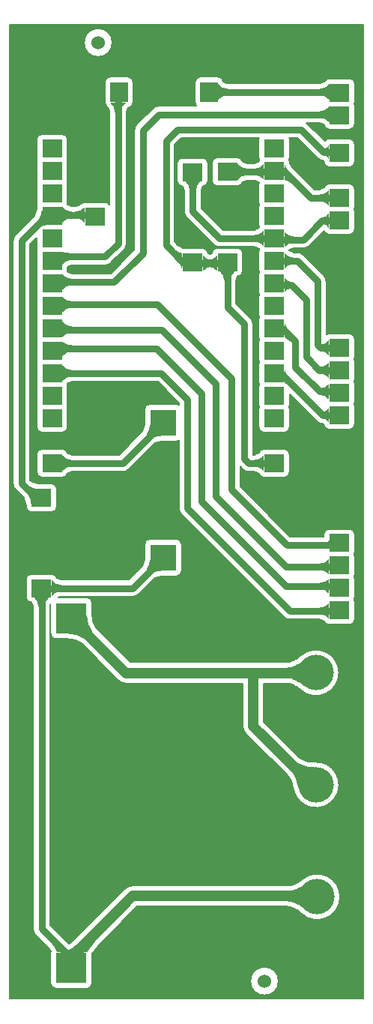
<source format=gbl>
G04 Layer: BottomLayer*
G04 EasyEDA Pro v2.2.43.4, 2025-11-30 00:10:42*
G04 Gerber Generator version 0.3*
G04 Scale: 100 percent, Rotated: No, Reflected: No*
G04 Dimensions in millimeters*
G04 Leading zeros omitted, absolute positions, 4 integers and 5 decimals*
G04 Generated by custom config*
%FSLAX45Y45*%
%MOMM*%
%ADD10C,0.2032*%
%ADD11C,1.524*%
%ADD12R,2.3X2.0*%
%ADD13C,4.0*%
%ADD14R,2.0X2.3*%
%ADD15R,3.5X3.5*%
%ADD16R,3.0X3.0*%
%ADD17C,0.721*%
%ADD18C,1.1900*%
%ADD19C,1.1887*%
%ADD20C,0.7208*%
%ADD21C,1.189*%
G75*


G04 Copper Start*
G36*
G01X1270Y1270D02*
G01X1270Y4738396D01*
G01X183286Y4738396D01*
G01X183286Y4538396D01*
G01X184801Y4524952D01*
G01X189269Y4512183D01*
G01X196467Y4500728D01*
G01X206033Y4491162D01*
G01X217487Y4483965D01*
G01X230257Y4479496D01*
G01X243700Y4477982D01*
G01X247029Y4477982D01*
G01X256416Y4463558D01*
G01X262255Y4447370D01*
G01X264236Y4430275D01*
G01X264236Y789330D01*
G01X264236Y789330D01*
G01X266089Y770512D01*
G01X271578Y752418D01*
G01X280491Y735743D01*
G01X292487Y721126D01*
G01X434127Y579486D01*
G01X450228Y560767D01*
G01X463348Y539852D01*
G01X461783Y526187D01*
G01X461783Y176187D01*
G01X463297Y162743D01*
G01X467765Y149974D01*
G01X474963Y138519D01*
G01X484529Y128953D01*
G01X495984Y121756D01*
G01X508753Y117288D01*
G01X522196Y115773D01*
G01X872197Y115773D01*
G01X885640Y117288D01*
G01X898409Y121756D01*
G01X909864Y128953D01*
G01X919430Y138519D01*
G01X926628Y149974D01*
G01X931096Y162743D01*
G01X932610Y176187D01*
G01X932610Y200000D01*
G01X2719586Y200000D01*
G01X2721561Y174906D01*
G01X2727437Y150429D01*
G01X2737070Y127174D01*
G01X2750222Y105711D01*
G01X2766570Y86570D01*
G01X2785711Y70222D01*
G01X2807174Y57070D01*
G01X2830429Y47437D01*
G01X2854906Y41561D01*
G01X2880000Y39586D01*
G01X2905094Y41561D01*
G01X2929571Y47437D01*
G01X2952826Y57070D01*
G01X2974289Y70222D01*
G01X2993430Y86570D01*
G01X3009778Y105711D01*
G01X3022930Y127174D01*
G01X3032563Y150429D01*
G01X3038439Y174906D01*
G01X3040414Y200000D01*
G01X3038439Y225094D01*
G01X3032563Y249571D01*
G01X3022930Y272827D01*
G01X3009778Y294289D01*
G01X2993430Y313430D01*
G01X2974289Y329778D01*
G01X2952826Y342930D01*
G01X2929571Y352563D01*
G01X2905094Y358439D01*
G01X2880000Y360414D01*
G01X2854906Y358439D01*
G01X2830429Y352563D01*
G01X2807174Y342930D01*
G01X2785711Y329778D01*
G01X2766570Y313430D01*
G01X2750222Y294289D01*
G01X2737070Y272827D01*
G01X2727437Y249571D01*
G01X2721561Y225094D01*
G01X2719586Y200000D01*
G01X2719586Y200000D01*
G01X932610Y200000D01*
G01X932610Y509169D01*
G01X932610Y509169D01*
G01X960499Y550033D01*
G01X991347Y588713D01*
G01X1024984Y624993D01*
G01X1440638Y1040646D01*
G01X3135603Y1040646D01*
G01X3144847Y1040260D01*
G01X3153644Y1039215D01*
G01X3163200Y1037417D01*
G01X3173363Y1034859D01*
G01X3183983Y1031564D01*
G01X3194919Y1027569D01*
G01X3206038Y1022927D01*
G01X3217213Y1017700D01*
G01X3228324Y1011956D01*
G01X3239258Y1005768D01*
G01X3249903Y999216D01*
G01X3260151Y992385D01*
G01X3269893Y985365D01*
G01X3279024Y978254D01*
G01X3287433Y971161D01*
G01X3295565Y963701D01*
G01X3319532Y943453D01*
G01X3345761Y926235D01*
G01X3373870Y912295D01*
G01X3403452Y901838D01*
G01X3434076Y895014D01*
G01X3465299Y891922D01*
G01X3496667Y892608D01*
G01X3527725Y897062D01*
G01X3558022Y905218D01*
G01X3587118Y916959D01*
G01X3614591Y932113D01*
G01X3640042Y950462D01*
G01X3663101Y971738D01*
G01X3683434Y995634D01*
G01X3700746Y1021801D01*
G01X3714786Y1049860D01*
G01X3725349Y1079404D01*
G01X3732282Y1110004D01*
G01X3735485Y1141216D01*
G01X3734910Y1172586D01*
G01X3730568Y1203659D01*
G01X3722520Y1233985D01*
G01X3710883Y1263123D01*
G01X3695826Y1290650D01*
G01X3677568Y1316166D01*
G01X3656374Y1339301D01*
G01X3632551Y1359719D01*
G01X3606446Y1377124D01*
G01X3578437Y1391264D01*
G01X3548931Y1401932D01*
G01X3518356Y1408974D01*
G01X3487156Y1412288D01*
G01X3455784Y1411826D01*
G01X3424695Y1407594D01*
G01X3394341Y1399653D01*
G01X3365162Y1388120D01*
G01X3337581Y1373162D01*
G01X3312000Y1354995D01*
G01X3292249Y1339815D01*
G01X3282576Y1332963D01*
G01X3272284Y1326088D01*
G01X3261744Y1319478D01*
G01X3251021Y1313199D01*
G01X3240179Y1307316D01*
G01X3229290Y1301890D01*
G01X3218423Y1296979D01*
G01X3207654Y1292635D01*
G01X3197061Y1288905D01*
G01X3186722Y1285828D01*
G01X3176719Y1283430D01*
G01X3167130Y1281727D01*
G01X3158024Y1280719D01*
G01X3148234Y1280344D01*
G01X1390995Y1280344D01*
G01X1372246Y1278869D01*
G01X1353959Y1274478D01*
G01X1336584Y1267281D01*
G01X1320549Y1257455D01*
G01X1306249Y1245241D01*
G01X723635Y662628D01*
G01X697192Y639060D01*
G01X668238Y618655D01*
G01X660634Y625793D01*
G01X457144Y829282D01*
G01X457144Y4430275D01*
G01X458313Y4443441D01*
G01X461783Y4456195D01*
G01X461783Y4123787D01*
G01X463297Y4110343D01*
G01X467765Y4097574D01*
G01X474963Y4086119D01*
G01X484529Y4076553D01*
G01X495984Y4069356D01*
G01X508753Y4064887D01*
G01X522196Y4063373D01*
G01X662264Y4063373D01*
G01X694115Y4061343D01*
G01X725463Y4055347D01*
G01X755817Y4045481D01*
G01X784699Y4031899D01*
G01X811657Y4014814D01*
G01X1229365Y3597105D01*
G01X1243668Y3584890D01*
G01X1259705Y3575062D01*
G01X1277082Y3567864D01*
G01X1295371Y3563473D01*
G01X1314122Y3561998D01*
G01X2634219Y3561998D01*
G01X2634219Y3080317D01*
G01X2635695Y3061569D01*
G01X2640085Y3043282D01*
G01X2647282Y3025907D01*
G01X2657108Y3009872D01*
G01X2669322Y2995571D01*
G01X3137694Y2527200D01*
G01X3144999Y2519399D01*
G01X3151187Y2511884D01*
G01X3156998Y2503889D01*
G01X3162466Y2495395D01*
G01X3167615Y2486394D01*
G01X3172464Y2476887D01*
G01X3177029Y2466886D01*
G01X3181325Y2456411D01*
G01X3185369Y2445488D01*
G01X3189075Y2434465D01*
G01X3196227Y2410245D01*
G01X3202637Y2385226D01*
G01X3208719Y2359226D01*
G01X3217549Y2329116D01*
G01X3229936Y2300287D01*
G01X3245702Y2273156D01*
G01X3264615Y2248119D01*
G01X3286403Y2225538D01*
G01X3310749Y2205742D01*
G01X3337298Y2189017D01*
G01X3365667Y2175608D01*
G01X3395442Y2165707D01*
G01X3426192Y2159460D01*
G01X3457471Y2156957D01*
G01X3488823Y2158233D01*
G01X3519794Y2163272D01*
G01X3549934Y2171999D01*
G01X3578806Y2184287D01*
G01X3605991Y2199959D01*
G01X3631093Y2218787D01*
G01X3653748Y2240497D01*
G01X3673627Y2264775D01*
G01X3690443Y2291267D01*
G01X3703950Y2319590D01*
G01X3713952Y2349331D01*
G01X3720305Y2380059D01*
G01X3722915Y2411329D01*
G01X3721746Y2442685D01*
G01X3716814Y2473674D01*
G01X3708190Y2503844D01*
G01X3696000Y2532757D01*
G01X3680422Y2559995D01*
G01X3661680Y2585162D01*
G01X3640048Y2607891D01*
G01X3615838Y2627854D01*
G01X3589404Y2644760D01*
G01X3561128Y2658364D01*
G01X3531421Y2668468D01*
G01X3500714Y2674926D01*
G01X3469454Y2677643D01*
G01X3438094Y2676582D01*
G01X3428831Y2676024D01*
G01X3419512Y2676103D01*
G01X3409076Y2676812D01*
G01X3397796Y2678175D01*
G01X3385913Y2680189D01*
G01X3373651Y2682831D01*
G01X3361219Y2686067D01*
G01X3348815Y2689852D01*
G01X3336634Y2694130D01*
G01X3324869Y2698839D01*
G01X3313712Y2703900D01*
G01X3303358Y2709218D01*
G01X3294005Y2714674D01*
G01X3285854Y2720115D01*
G01X3279098Y2725337D01*
G01X3272772Y2731106D01*
G01X2873917Y3129960D01*
G01X2873917Y3562013D01*
G01X3129553Y3562013D01*
G01X3139084Y3561632D01*
G01X3148038Y3560606D01*
G01X3157604Y3558857D01*
G01X3167674Y3556384D01*
G01X3178137Y3553202D01*
G01X3188887Y3549346D01*
G01X3199815Y3544859D01*
G01X3210823Y3539795D01*
G01X3221814Y3534215D01*
G01X3232697Y3528182D01*
G01X3243383Y3521767D01*
G01X3253789Y3515042D01*
G01X3263829Y3508084D01*
G01X3273421Y3500973D01*
G01X3282482Y3493795D01*
G01X3291352Y3486283D01*
G01X3316202Y3467110D01*
G01X3343178Y3451065D01*
G01X3371888Y3438382D01*
G01X3401916Y3429245D01*
G01X3432825Y3423788D01*
G01X3464166Y3422088D01*
G01X3495484Y3424172D01*
G01X3526323Y3430008D01*
G01X3556237Y3439512D01*
G01X3584790Y3452545D01*
G01X3611567Y3468920D01*
G01X3636180Y3488396D01*
G01X3658271Y3510693D01*
G01X3677519Y3535485D01*
G01X3693644Y3562413D01*
G01X3706413Y3591085D01*
G01X3715639Y3621086D01*
G01X3721190Y3651978D01*
G01X3722983Y3683314D01*
G01X3722983Y3683314D01*
G01X3720993Y3714638D01*
G01X3715249Y3745495D01*
G01X3705835Y3775436D01*
G01X3692886Y3804028D01*
G01X3676592Y3830854D01*
G01X3657189Y3855525D01*
G01X3634959Y3877683D01*
G01X3610224Y3897005D01*
G01X3583345Y3913211D01*
G01X3554711Y3926065D01*
G01X3524738Y3935381D01*
G01X3493863Y3941024D01*
G01X3462533Y3942911D01*
G01X3431203Y3941015D01*
G01X3400329Y3935363D01*
G01X3370359Y3926039D01*
G01X3341729Y3913176D01*
G01X3314854Y3896962D01*
G01X3290125Y3877633D01*
G01X3281361Y3870126D01*
G01X3272391Y3862955D01*
G01X3262864Y3855841D01*
G01X3252865Y3848872D01*
G01X3242483Y3842131D01*
G01X3231802Y3835695D01*
G01X3220912Y3829639D01*
G01X3209904Y3824034D01*
G01X3198873Y3818946D01*
G01X3187918Y3814437D01*
G01X3177143Y3810561D01*
G01X3166657Y3807363D01*
G01X3156575Y3804877D01*
G01X3147012Y3803121D01*
G01X3138081Y3802092D01*
G01X3128592Y3801710D01*
G01X2755963Y3801710D01*
G01X2754068Y3801725D01*
G01X1363771Y3801725D01*
G01X981169Y4184327D01*
G01X964084Y4211285D01*
G01X950502Y4240167D01*
G01X940636Y4270520D01*
G01X934641Y4301868D01*
G01X932610Y4333720D01*
G01X932610Y4473787D01*
G01X931096Y4487230D01*
G01X926628Y4499999D01*
G01X919430Y4511454D01*
G01X909864Y4521020D01*
G01X898409Y4528218D01*
G01X885640Y4532686D01*
G01X872197Y4534201D01*
G01X548738Y4534201D01*
G01X564849Y4539973D01*
G01X581850Y4541932D01*
G01X1389395Y4541932D01*
G01X1408215Y4543785D01*
G01X1426311Y4549275D01*
G01X1442988Y4558189D01*
G01X1457606Y4570185D01*
G01X1636240Y4748820D01*
G01X1653464Y4759075D01*
G01X1672052Y4766577D01*
G01X1691569Y4771150D01*
G01X1711556Y4772686D01*
G01X1884100Y4772686D01*
G01X1897543Y4774201D01*
G01X1910312Y4778669D01*
G01X1921767Y4785867D01*
G01X1931333Y4795433D01*
G01X1938531Y4806887D01*
G01X1942999Y4819657D01*
G01X1944514Y4833100D01*
G01X1944514Y5133100D01*
G01X1942999Y5146543D01*
G01X1938531Y5159313D01*
G01X1931333Y5170767D01*
G01X1921767Y5180333D01*
G01X1910312Y5187531D01*
G01X1897543Y5191999D01*
G01X1884100Y5193514D01*
G01X1584100Y5193514D01*
G01X1570657Y5191999D01*
G01X1557887Y5187531D01*
G01X1546433Y5180333D01*
G01X1536866Y5170767D01*
G01X1529669Y5159313D01*
G01X1525201Y5146543D01*
G01X1523686Y5133100D01*
G01X1523686Y4960556D01*
G01X1522150Y4940569D01*
G01X1517577Y4921053D01*
G01X1510075Y4902464D01*
G01X1499820Y4885240D01*
G01X1349439Y4734859D01*
G01X581850Y4734859D01*
G01X568323Y4736093D01*
G01X555243Y4739754D01*
G01X543040Y4745720D01*
G01X532118Y4753796D01*
G01X527382Y4766111D01*
G01X520084Y4777104D01*
G01X510575Y4786251D01*
G01X499306Y4793115D01*
G01X486816Y4797369D01*
G01X473700Y4798810D01*
G01X243700Y4798810D01*
G01X230257Y4797295D01*
G01X217487Y4792827D01*
G01X206033Y4785629D01*
G01X196467Y4776063D01*
G01X189269Y4764608D01*
G01X184801Y4751839D01*
G01X183286Y4738396D01*
G01X1270Y4738396D01*
G01X1270Y5817367D01*
G01X38509Y5817367D01*
G01X40362Y5798548D01*
G01X45852Y5780452D01*
G01X54766Y5763775D01*
G01X66763Y5749157D01*
G01X159419Y5656501D01*
G01X169674Y5639277D01*
G01X177177Y5620688D01*
G01X181750Y5601171D01*
G01X183286Y5581184D01*
G01X183286Y5558409D01*
G01X184801Y5544965D01*
G01X189269Y5532196D01*
G01X196467Y5520741D01*
G01X206033Y5511175D01*
G01X217487Y5503978D01*
G01X230257Y5499510D01*
G01X243700Y5497995D01*
G01X473700Y5497995D01*
G01X487143Y5499510D01*
G01X499913Y5503978D01*
G01X511368Y5511175D01*
G01X520934Y5520741D01*
G01X528131Y5532196D01*
G01X532599Y5544965D01*
G01X534114Y5558409D01*
G01X534114Y5758409D01*
G01X532599Y5771852D01*
G01X528131Y5784621D01*
G01X520934Y5796076D01*
G01X511368Y5805642D01*
G01X499913Y5812840D01*
G01X487143Y5817308D01*
G01X473700Y5818823D01*
G01X321387Y5818823D01*
G01X301401Y5820359D01*
G01X281884Y5824932D01*
G01X263295Y5832434D01*
G01X246071Y5842690D01*
G01X231437Y5857324D01*
G01X231437Y8520623D01*
G01X303732Y8592919D01*
G01X303732Y8488997D01*
G01X305346Y8475126D01*
G01X310101Y8461997D01*
G01X305346Y8448868D01*
G01X303732Y8434997D01*
G01X303732Y8234997D01*
G01X305346Y8221126D01*
G01X310101Y8207997D01*
G01X305346Y8194868D01*
G01X303732Y8180997D01*
G01X303732Y7980997D01*
G01X305346Y7967126D01*
G01X310101Y7953997D01*
G01X305346Y7940868D01*
G01X303732Y7926997D01*
G01X303732Y7726997D01*
G01X305346Y7713126D01*
G01X310101Y7699997D01*
G01X305346Y7686868D01*
G01X303732Y7672997D01*
G01X303732Y7472997D01*
G01X305346Y7459126D01*
G01X310101Y7445997D01*
G01X305346Y7432868D01*
G01X303732Y7418997D01*
G01X303732Y7218997D01*
G01X305346Y7205126D01*
G01X310101Y7191997D01*
G01X305346Y7178868D01*
G01X303732Y7164997D01*
G01X303732Y6964997D01*
G01X305346Y6951126D01*
G01X310101Y6937997D01*
G01X305346Y6924868D01*
G01X303732Y6910997D01*
G01X303732Y6710997D01*
G01X305346Y6697126D01*
G01X310101Y6683997D01*
G01X305346Y6670868D01*
G01X303732Y6656997D01*
G01X303732Y6456997D01*
G01X305247Y6443554D01*
G01X309715Y6430784D01*
G01X316913Y6419330D01*
G01X326479Y6409764D01*
G01X337933Y6402566D01*
G01X350703Y6398098D01*
G01X364146Y6396583D01*
G01X594146Y6396583D01*
G01X607589Y6398098D01*
G01X620359Y6402566D01*
G01X631814Y6409764D01*
G01X641380Y6419330D01*
G01X648577Y6430784D01*
G01X653045Y6443554D01*
G01X654560Y6456997D01*
G01X654560Y6656997D01*
G01X652946Y6670868D01*
G01X648191Y6683997D01*
G01X652946Y6697126D01*
G01X654560Y6710997D01*
G01X654560Y6910997D01*
G01X652946Y6924868D01*
G01X648191Y6937997D01*
G01X652564Y6949597D01*
G01X663486Y6957673D01*
G01X675689Y6963639D01*
G01X688769Y6967299D01*
G01X702296Y6968533D01*
G01X1674846Y6968533D01*
G01X1914236Y6729143D01*
G01X1914236Y6709461D01*
G01X1904712Y6713889D01*
G01X1894564Y6716601D01*
G01X1884100Y6717514D01*
G01X1584100Y6717514D01*
G01X1570657Y6715999D01*
G01X1557887Y6711531D01*
G01X1546433Y6704333D01*
G01X1536866Y6694767D01*
G01X1529669Y6683313D01*
G01X1525201Y6670543D01*
G01X1523686Y6657100D01*
G01X1523686Y6484556D01*
G01X1522150Y6464569D01*
G01X1517577Y6445053D01*
G01X1510075Y6426464D01*
G01X1499820Y6409240D01*
G01X1236040Y6145461D01*
G01X702296Y6145461D01*
G01X688769Y6146695D01*
G01X675689Y6150355D01*
G01X663486Y6156322D01*
G01X652564Y6164397D01*
G01X647828Y6176712D01*
G01X640531Y6187705D01*
G01X631021Y6196852D01*
G01X619752Y6203716D01*
G01X607262Y6207970D01*
G01X594146Y6209411D01*
G01X364146Y6209411D01*
G01X350703Y6207896D01*
G01X337933Y6203428D01*
G01X326479Y6196231D01*
G01X316913Y6186665D01*
G01X309715Y6175210D01*
G01X305247Y6162440D01*
G01X303732Y6148997D01*
G01X303732Y5948997D01*
G01X305247Y5935554D01*
G01X309715Y5922784D01*
G01X316913Y5911330D01*
G01X326479Y5901764D01*
G01X337933Y5894566D01*
G01X350703Y5890098D01*
G01X364146Y5888583D01*
G01X594146Y5888583D01*
G01X607262Y5890024D01*
G01X619752Y5894278D01*
G01X631021Y5901142D01*
G01X640531Y5910289D01*
G01X647828Y5921282D01*
G01X652564Y5933597D01*
G01X663486Y5941673D01*
G01X675689Y5947639D01*
G01X688769Y5951299D01*
G01X702296Y5952533D01*
G01X1275997Y5952533D01*
G01X1294816Y5954387D01*
G01X1312912Y5959876D01*
G01X1329589Y5968790D01*
G01X1344207Y5980787D01*
G01X1636240Y6272820D01*
G01X1653464Y6283075D01*
G01X1672052Y6290577D01*
G01X1691569Y6295150D01*
G01X1711556Y6296686D01*
G01X1884100Y6296686D01*
G01X1894564Y6297599D01*
G01X1904712Y6300311D01*
G01X1914236Y6304739D01*
G01X1914236Y5537200D01*
G01X1916090Y5518381D01*
G01X1921579Y5500285D01*
G01X1930493Y5483608D01*
G01X1942490Y5468990D01*
G01X3098190Y4313290D01*
G01X3098190Y4313290D01*
G01X3112808Y4301293D01*
G01X3129485Y4292379D01*
G01X3147581Y4286890D01*
G01X3166400Y4285036D01*
G01X3502696Y4285036D01*
G01X3516781Y4283698D01*
G01X3530362Y4279730D01*
G01X3542953Y4273275D01*
G01X3554102Y4264563D01*
G01X3560795Y4251464D01*
G01X3570455Y4240370D01*
G01X3582510Y4231941D01*
G01X3596245Y4226674D01*
G01X3610846Y4224883D01*
G01X3840846Y4224883D01*
G01X3854290Y4226398D01*
G01X3867059Y4230866D01*
G01X3878514Y4238064D01*
G01X3888080Y4247630D01*
G01X3895277Y4259084D01*
G01X3899745Y4271854D01*
G01X3901260Y4285297D01*
G01X3901260Y4485297D01*
G01X3899646Y4499168D01*
G01X3894891Y4512297D01*
G01X3899646Y4525426D01*
G01X3901260Y4539297D01*
G01X3901260Y4739297D01*
G01X3899646Y4753168D01*
G01X3894891Y4766297D01*
G01X3899646Y4779426D01*
G01X3901260Y4793297D01*
G01X3901260Y4993297D01*
G01X3899646Y5007168D01*
G01X3894891Y5020297D01*
G01X3899646Y5033426D01*
G01X3901260Y5047297D01*
G01X3901260Y5247297D01*
G01X3899745Y5260740D01*
G01X3895277Y5273510D01*
G01X3888080Y5284965D01*
G01X3878514Y5294531D01*
G01X3867059Y5301728D01*
G01X3854290Y5306196D01*
G01X3840846Y5307711D01*
G01X3610846Y5307711D01*
G01X3597403Y5306196D01*
G01X3584634Y5301728D01*
G01X3573179Y5294531D01*
G01X3563613Y5284965D01*
G01X3556415Y5273510D01*
G01X3551947Y5260740D01*
G01X3550432Y5247297D01*
G01X3550432Y5222406D01*
G01X3170826Y5222406D01*
G01X2604458Y5788774D01*
G01X2604458Y6013401D01*
G01X2637072Y5980787D01*
G01X2651690Y5968790D01*
G01X2668367Y5959876D01*
G01X2686463Y5954387D01*
G01X2705282Y5952533D01*
G01X2765950Y5952533D01*
G01X2779477Y5951299D01*
G01X2792557Y5947639D01*
G01X2804760Y5941673D01*
G01X2815682Y5933597D01*
G01X2820418Y5921282D01*
G01X2827715Y5910289D01*
G01X2837225Y5901142D01*
G01X2848494Y5894278D01*
G01X2860984Y5890024D01*
G01X2874100Y5888583D01*
G01X3104100Y5888583D01*
G01X3117543Y5890098D01*
G01X3130313Y5894566D01*
G01X3141767Y5901764D01*
G01X3151333Y5911330D01*
G01X3158531Y5922784D01*
G01X3162999Y5935554D01*
G01X3164514Y5948997D01*
G01X3164514Y6148997D01*
G01X3162999Y6162440D01*
G01X3158531Y6175210D01*
G01X3151333Y6186665D01*
G01X3141767Y6196231D01*
G01X3130313Y6203428D01*
G01X3117543Y6207896D01*
G01X3104100Y6209411D01*
G01X2874100Y6209411D01*
G01X2860984Y6207970D01*
G01X2848494Y6203716D01*
G01X2837225Y6196852D01*
G01X2827716Y6187705D01*
G01X2820418Y6176712D01*
G01X2815682Y6164397D01*
G01X2804760Y6156322D01*
G01X2792557Y6150355D01*
G01X2779477Y6146695D01*
G01X2765950Y6145461D01*
G01X2750764Y6145461D01*
G01X2750764Y7620000D01*
G01X2748910Y7638819D01*
G01X2743421Y7656915D01*
G01X2734507Y7673592D01*
G01X2722510Y7688210D01*
G01X2556810Y7853911D01*
G01X2556810Y8112140D01*
G01X2558793Y8129246D01*
G01X2564636Y8145444D01*
G01X2574031Y8159876D01*
G01X2575346Y8159876D01*
G01X2588789Y8161391D01*
G01X2601559Y8165859D01*
G01X2613014Y8173057D01*
G01X2622580Y8182623D01*
G01X2629777Y8194078D01*
G01X2634245Y8206847D01*
G01X2635760Y8220290D01*
G01X2635760Y8420291D01*
G01X2634245Y8433734D01*
G01X2629777Y8446503D01*
G01X2622580Y8457958D01*
G01X2613014Y8467524D01*
G01X2601559Y8474722D01*
G01X2588789Y8479190D01*
G01X2575346Y8480704D01*
G01X2345346Y8480704D01*
G01X2331892Y8479177D01*
G01X2319116Y8474693D01*
G01X2307657Y8467479D01*
G01X2298091Y8457896D01*
G01X2290897Y8446425D01*
G01X2286436Y8433641D01*
G01X2284932Y8420184D01*
G01X2274792Y8413103D01*
G01X2263623Y8407789D01*
G01X2252414Y8413126D01*
G01X2242242Y8420244D01*
G01X2239571Y8435292D01*
G01X2233209Y8449188D01*
G01X2223563Y8461043D01*
G01X2211251Y8470098D01*
G01X2197061Y8475774D01*
G01X2181900Y8477707D01*
G01X1960510Y8477707D01*
G01X1937642Y8487050D01*
G01X1916538Y8499889D01*
G01X1897729Y8515902D01*
G01X1862856Y8550775D01*
G01X1862856Y9648352D01*
G01X1937181Y9722678D01*
G01X2816331Y9722678D01*
G01X2814351Y9713936D01*
G01X2813686Y9704997D01*
G01X2813686Y9504997D01*
G01X2815300Y9491126D01*
G01X2820055Y9477997D01*
G01X2815669Y9466350D01*
G01X2813763Y9454052D01*
G01X2799314Y9444624D01*
G01X2783088Y9438758D01*
G01X2765950Y9436768D01*
G01X2683496Y9436768D01*
G01X2669969Y9438001D01*
G01X2656889Y9441662D01*
G01X2644686Y9447628D01*
G01X2633764Y9455704D01*
G01X2629028Y9468019D01*
G01X2621731Y9479012D01*
G01X2612221Y9488159D01*
G01X2600952Y9495023D01*
G01X2588462Y9499277D01*
G01X2575346Y9500718D01*
G01X2345346Y9500718D01*
G01X2331903Y9499203D01*
G01X2319133Y9494735D01*
G01X2307679Y9487537D01*
G01X2298113Y9477971D01*
G01X2290915Y9466516D01*
G01X2286447Y9453747D01*
G01X2284932Y9440304D01*
G01X2284932Y9240304D01*
G01X2286447Y9226860D01*
G01X2290915Y9214091D01*
G01X2298113Y9202636D01*
G01X2307679Y9193070D01*
G01X2319133Y9185873D01*
G01X2331903Y9181404D01*
G01X2345346Y9179890D01*
G01X2575346Y9179890D01*
G01X2588462Y9181331D01*
G01X2600952Y9185585D01*
G01X2612221Y9192449D01*
G01X2621731Y9201595D01*
G01X2629028Y9212589D01*
G01X2633764Y9224904D01*
G01X2644686Y9232979D01*
G01X2656889Y9238946D01*
G01X2669969Y9242606D01*
G01X2683496Y9243840D01*
G01X2765950Y9243840D01*
G01X2780592Y9242417D01*
G01X2794685Y9238200D01*
G01X2807702Y9231349D01*
G01X2819157Y9222118D01*
G01X2815070Y9209852D01*
G01X2813686Y9196997D01*
G01X2813686Y8996997D01*
G01X2815300Y8983126D01*
G01X2820055Y8969997D01*
G01X2815300Y8956868D01*
G01X2813686Y8942997D01*
G01X2813686Y8742997D01*
G01X2815300Y8729126D01*
G01X2820055Y8715997D01*
G01X2815682Y8704397D01*
G01X2804760Y8696322D01*
G01X2792557Y8690355D01*
G01X2779477Y8686695D01*
G01X2765950Y8685461D01*
G01X2411060Y8685461D01*
G01X2166564Y8929957D01*
G01X2166564Y9129157D01*
G01X2168550Y9146275D01*
G01X2174402Y9162484D01*
G01X2183809Y9176923D01*
G01X2199068Y9179383D01*
G01X2213203Y9185634D01*
G01X2225289Y9195268D01*
G01X2234535Y9207652D01*
G01X2240337Y9221978D01*
G01X2242314Y9237306D01*
G01X2242314Y9437307D01*
G01X2240799Y9450750D01*
G01X2236331Y9463519D01*
G01X2229134Y9474974D01*
G01X2219568Y9484540D01*
G01X2208113Y9491738D01*
G01X2195343Y9496206D01*
G01X2181900Y9497720D01*
G01X1951900Y9497720D01*
G01X1938457Y9496206D01*
G01X1925687Y9491738D01*
G01X1914233Y9484540D01*
G01X1904667Y9474974D01*
G01X1897469Y9463519D01*
G01X1893001Y9450750D01*
G01X1891486Y9437307D01*
G01X1891486Y9237306D01*
G01X1893001Y9223863D01*
G01X1897469Y9211094D01*
G01X1904667Y9199639D01*
G01X1914233Y9190073D01*
G01X1925687Y9182875D01*
G01X1938457Y9178407D01*
G01X1951900Y9176892D01*
G01X1956416Y9176892D01*
G01X1965810Y9162460D01*
G01X1971653Y9146262D01*
G01X1973636Y9129156D01*
G01X1973636Y8890000D01*
G01X1975490Y8871181D01*
G01X1980979Y8853085D01*
G01X1989893Y8836408D01*
G01X2001890Y8821790D01*
G01X2302893Y8520787D01*
G01X2317511Y8508790D01*
G01X2334188Y8499876D01*
G01X2352284Y8494387D01*
G01X2371103Y8492533D01*
G01X2765950Y8492533D01*
G01X2779477Y8491299D01*
G01X2792557Y8487639D01*
G01X2804760Y8481673D01*
G01X2815682Y8473597D01*
G01X2820055Y8461997D01*
G01X2815300Y8448868D01*
G01X2813686Y8434997D01*
G01X2813686Y8234997D01*
G01X2815300Y8221126D01*
G01X2820055Y8207997D01*
G01X2815300Y8194868D01*
G01X2813686Y8180997D01*
G01X2813686Y7980997D01*
G01X2815300Y7967126D01*
G01X2820055Y7953997D01*
G01X2815300Y7940868D01*
G01X2813686Y7926997D01*
G01X2813686Y7726997D01*
G01X2815300Y7713126D01*
G01X2820055Y7699997D01*
G01X2815300Y7686868D01*
G01X2813686Y7672997D01*
G01X2813686Y7472997D01*
G01X2815300Y7459126D01*
G01X2820055Y7445997D01*
G01X2815300Y7432868D01*
G01X2813686Y7418997D01*
G01X2813686Y7218997D01*
G01X2815300Y7205126D01*
G01X2820055Y7191997D01*
G01X2815300Y7178868D01*
G01X2813686Y7164997D01*
G01X2813686Y6964997D01*
G01X2815300Y6951126D01*
G01X2820055Y6937997D01*
G01X2815300Y6924868D01*
G01X2813686Y6910997D01*
G01X2813686Y6710997D01*
G01X2815300Y6697126D01*
G01X2820055Y6683997D01*
G01X2815300Y6670868D01*
G01X2813686Y6656997D01*
G01X2813686Y6456997D01*
G01X2815201Y6443554D01*
G01X2819669Y6430784D01*
G01X2826866Y6419330D01*
G01X2836432Y6409764D01*
G01X2847887Y6402566D01*
G01X2860657Y6398098D01*
G01X2874100Y6396583D01*
G01X3104100Y6396583D01*
G01X3117543Y6398098D01*
G01X3130313Y6402566D01*
G01X3141767Y6409764D01*
G01X3151333Y6419330D01*
G01X3158531Y6430784D01*
G01X3162999Y6443554D01*
G01X3164514Y6456997D01*
G01X3164514Y6656997D01*
G01X3162900Y6670868D01*
G01X3158145Y6683997D01*
G01X3162900Y6697126D01*
G01X3164514Y6710997D01*
G01X3164514Y6827070D01*
G01X3469047Y6522537D01*
G01X3483664Y6510541D01*
G01X3500342Y6501626D01*
G01X3518438Y6496137D01*
G01X3537257Y6494283D01*
G01X3544644Y6492560D01*
G01X3550507Y6487746D01*
G01X3553188Y6472708D01*
G01X3559556Y6458824D01*
G01X3569202Y6446980D01*
G01X3581510Y6437934D01*
G01X3595694Y6432264D01*
G01X3610846Y6430333D01*
G01X3840846Y6430333D01*
G01X3854290Y6431848D01*
G01X3867059Y6436316D01*
G01X3878514Y6443514D01*
G01X3888080Y6453080D01*
G01X3895277Y6464535D01*
G01X3899745Y6477304D01*
G01X3901260Y6490747D01*
G01X3901260Y6690747D01*
G01X3899646Y6704618D01*
G01X3894891Y6717747D01*
G01X3899646Y6730877D01*
G01X3901260Y6744747D01*
G01X3901260Y6944747D01*
G01X3899646Y6958618D01*
G01X3894891Y6971747D01*
G01X3899646Y6984877D01*
G01X3901260Y6998747D01*
G01X3901260Y7198747D01*
G01X3899646Y7212618D01*
G01X3894891Y7225747D01*
G01X3899646Y7238877D01*
G01X3901260Y7252747D01*
G01X3901260Y7452747D01*
G01X3899745Y7466191D01*
G01X3895277Y7478960D01*
G01X3888080Y7490415D01*
G01X3878514Y7499981D01*
G01X3867059Y7507178D01*
G01X3854290Y7511647D01*
G01X3840846Y7513161D01*
G01X3610846Y7513161D01*
G01X3599328Y7512053D01*
G01X3588232Y7508769D01*
G01X3577965Y7503430D01*
G01X3577965Y8102403D01*
G01X3576112Y8121223D01*
G01X3570623Y8139319D01*
G01X3561708Y8155996D01*
G01X3549712Y8170614D01*
G01X3317118Y8403207D01*
G01X3302500Y8415204D01*
G01X3285823Y8424118D01*
G01X3267727Y8429607D01*
G01X3248908Y8431461D01*
G01X3212250Y8431461D01*
G01X3198723Y8432695D01*
G01X3185642Y8436355D01*
G01X3173440Y8442322D01*
G01X3162518Y8450397D01*
G01X3159624Y8458808D01*
G01X3171397Y8466759D01*
G01X3184345Y8472607D01*
G01X3198094Y8476185D01*
G01X3212250Y8477389D01*
G01X3317927Y8477389D01*
G01X3336746Y8479242D01*
G01X3354842Y8484732D01*
G01X3371519Y8493646D01*
G01X3386137Y8505643D01*
G01X3553546Y8673051D01*
G01X3560053Y8659487D01*
G01X3569710Y8647952D01*
G01X3581918Y8639159D01*
G01X3595919Y8633656D01*
G01X3610846Y8631783D01*
G01X3840846Y8631783D01*
G01X3854290Y8633298D01*
G01X3867059Y8637766D01*
G01X3878514Y8644964D01*
G01X3888080Y8654530D01*
G01X3895277Y8665984D01*
G01X3899745Y8678754D01*
G01X3901260Y8692197D01*
G01X3901260Y8892197D01*
G01X3899646Y8906068D01*
G01X3894891Y8919197D01*
G01X3899646Y8932326D01*
G01X3901260Y8946197D01*
G01X3901260Y9146197D01*
G01X3899745Y9159640D01*
G01X3895277Y9172410D01*
G01X3888080Y9183865D01*
G01X3878514Y9193431D01*
G01X3867059Y9200628D01*
G01X3854290Y9205096D01*
G01X3840846Y9206611D01*
G01X3610846Y9206611D01*
G01X3597730Y9205170D01*
G01X3585240Y9200916D01*
G01X3573972Y9194052D01*
G01X3564462Y9184905D01*
G01X3557165Y9173912D01*
G01X3552428Y9161597D01*
G01X3541506Y9153522D01*
G01X3529304Y9147555D01*
G01X3516223Y9143895D01*
G01X3502696Y9142661D01*
G01X3442765Y9142661D01*
G01X3195738Y9389688D01*
G01X3183610Y9404118D01*
G01X3174145Y9420419D01*
G01X3167627Y9438106D01*
G01X3164249Y9456651D01*
G01X3162186Y9467607D01*
G01X3158145Y9477997D01*
G01X3162900Y9491126D01*
G01X3164514Y9504997D01*
G01X3164514Y9704997D01*
G01X3163849Y9713936D01*
G01X3161869Y9722678D01*
G01X3253761Y9722678D01*
G01X3481021Y9495417D01*
G01X3495639Y9483421D01*
G01X3512316Y9474507D01*
G01X3530412Y9469017D01*
G01X3549231Y9467164D01*
G01X3550432Y9466678D01*
G01X3550432Y9454197D01*
G01X3551947Y9440754D01*
G01X3556415Y9427984D01*
G01X3563613Y9416530D01*
G01X3573179Y9406964D01*
G01X3584634Y9399766D01*
G01X3597403Y9395298D01*
G01X3610846Y9393783D01*
G01X3840846Y9393783D01*
G01X3854290Y9395298D01*
G01X3867059Y9399766D01*
G01X3878514Y9406964D01*
G01X3888080Y9416530D01*
G01X3895277Y9427984D01*
G01X3899745Y9440754D01*
G01X3901260Y9454197D01*
G01X3901260Y9654197D01*
G01X3899745Y9667640D01*
G01X3895277Y9680410D01*
G01X3888080Y9691865D01*
G01X3878514Y9701431D01*
G01X3867059Y9708628D01*
G01X3854290Y9713096D01*
G01X3840846Y9714611D01*
G01X3610846Y9714611D01*
G01X3596325Y9712840D01*
G01X3582655Y9707630D01*
G01X3570638Y9699287D01*
G01X3560979Y9688301D01*
G01X3361928Y9887352D01*
G01X3357060Y9891895D01*
G01X3504695Y9891895D01*
G01X3521931Y9889881D01*
G01X3538238Y9883949D01*
G01X3552738Y9874418D01*
G01X3556008Y9860021D01*
G01X3562673Y9846847D01*
G01X3572333Y9835683D01*
G01X3584414Y9827195D01*
G01X3598192Y9821891D01*
G01X3612845Y9820087D01*
G01X3842845Y9820087D01*
G01X3856289Y9821601D01*
G01X3869058Y9826069D01*
G01X3880513Y9833267D01*
G01X3890079Y9842833D01*
G01X3897276Y9854288D01*
G01X3901744Y9867057D01*
G01X3903259Y9880500D01*
G01X3903259Y10080501D01*
G01X3901645Y10094371D01*
G01X3896890Y10107500D01*
G01X3901645Y10120630D01*
G01X3903259Y10134500D01*
G01X3903259Y10334501D01*
G01X3901744Y10347944D01*
G01X3897276Y10360713D01*
G01X3890079Y10372168D01*
G01X3880513Y10381734D01*
G01X3869058Y10388932D01*
G01X3856289Y10393400D01*
G01X3842845Y10394914D01*
G01X3612845Y10394914D01*
G01X3599403Y10393400D01*
G01X3586634Y10388932D01*
G01X3575180Y10381736D01*
G01X3565614Y10372171D01*
G01X3558416Y10360717D01*
G01X3546988Y10351065D01*
G01X3533867Y10343880D01*
G01X3519579Y10339451D01*
G01X3504695Y10337955D01*
G01X2463745Y10337955D01*
G01X2446627Y10339941D01*
G01X2430418Y10345792D01*
G01X2415979Y10355200D01*
G01X2413524Y10370463D01*
G01X2407275Y10384603D01*
G01X2397642Y10396695D01*
G01X2385256Y10405945D01*
G01X2370927Y10411750D01*
G01X2355595Y10413728D01*
G01X2155595Y10413728D01*
G01X2142152Y10412213D01*
G01X2129382Y10407745D01*
G01X2117927Y10400547D01*
G01X2108361Y10390981D01*
G01X2101164Y10379526D01*
G01X2096696Y10366757D01*
G01X2095181Y10353314D01*
G01X2095181Y10123314D01*
G01X2096775Y10109526D01*
G01X2101474Y10096466D01*
G01X2109030Y10084823D01*
G01X1682309Y10084823D01*
G01X1663490Y10082969D01*
G01X1645394Y10077480D01*
G01X1628716Y10068566D01*
G01X1614099Y10056569D01*
G01X1437759Y9880230D01*
G01X1425763Y9865612D01*
G01X1416849Y9848935D01*
G01X1411359Y9830839D01*
G01X1409506Y9812019D01*
G01X1409506Y8461172D01*
G01X1141776Y8193442D01*
G01X702296Y8193442D01*
G01X688226Y8194608D01*
G01X674539Y8198074D01*
G01X661609Y8203745D01*
G01X649790Y8211467D01*
G01X653355Y8222993D01*
G01X654560Y8234997D01*
G01X654560Y8268316D01*
G01X668992Y8277710D01*
G01X685190Y8283553D01*
G01X702296Y8285536D01*
G01X1079500Y8285536D01*
G01X1098319Y8287390D01*
G01X1116415Y8292879D01*
G01X1133092Y8301793D01*
G01X1147710Y8313790D01*
G01X1292428Y8458507D01*
G01X1304424Y8473125D01*
G01X1313339Y8489802D01*
G01X1318828Y8507898D01*
G01X1320681Y8526718D01*
G01X1320681Y10015164D01*
G01X1322669Y10032289D01*
G01X1328526Y10048504D01*
G01X1337940Y10062946D01*
G01X1353108Y10065498D01*
G01X1367140Y10071798D01*
G01X1379127Y10081437D01*
G01X1388290Y10093790D01*
G01X1394038Y10108058D01*
G01X1395996Y10123314D01*
G01X1395996Y10353314D01*
G01X1394481Y10366757D01*
G01X1390013Y10379526D01*
G01X1382815Y10390981D01*
G01X1373249Y10400547D01*
G01X1361794Y10407745D01*
G01X1349025Y10412213D01*
G01X1335582Y10413728D01*
G01X1135582Y10413728D01*
G01X1122138Y10412213D01*
G01X1109369Y10407745D01*
G01X1097914Y10400547D01*
G01X1088348Y10390981D01*
G01X1081151Y10379526D01*
G01X1076682Y10366757D01*
G01X1075168Y10353314D01*
G01X1075168Y10123314D01*
G01X1076708Y10109759D01*
G01X1081250Y10096896D01*
G01X1088562Y10085380D01*
G01X1098272Y10075797D01*
G01X1110662Y10063570D01*
G01X1119992Y10048874D01*
G01X1125788Y10032460D01*
G01X1127754Y10015164D01*
G01X1127754Y8970764D01*
G01X1118096Y8982276D01*
G01X1105897Y8991048D01*
G01X1091910Y8996539D01*
G01X1077000Y8998407D01*
G01X847000Y8998407D01*
G01X834705Y8997143D01*
G01X822925Y8993403D01*
G01X812152Y8987344D01*
G01X802838Y8979219D01*
G01X789343Y8967447D01*
G01X773734Y8958667D01*
G01X756665Y8953248D01*
G01X738850Y8951416D01*
G01X702296Y8951416D01*
G01X687798Y8952775D01*
G01X673804Y8956802D01*
G01X660802Y8963358D01*
G01X649243Y8972216D01*
G01X653216Y8984324D01*
G01X654560Y8996997D01*
G01X654560Y9196997D01*
G01X652946Y9210868D01*
G01X648191Y9223997D01*
G01X652946Y9237126D01*
G01X654560Y9250997D01*
G01X654560Y9450997D01*
G01X652946Y9464868D01*
G01X648191Y9477997D01*
G01X652946Y9491126D01*
G01X654560Y9504997D01*
G01X654560Y9704997D01*
G01X653045Y9718440D01*
G01X648577Y9731210D01*
G01X641380Y9742665D01*
G01X631814Y9752231D01*
G01X620359Y9759428D01*
G01X607589Y9763896D01*
G01X594146Y9765411D01*
G01X364146Y9765411D01*
G01X350703Y9763896D01*
G01X337933Y9759428D01*
G01X326479Y9752231D01*
G01X316913Y9742665D01*
G01X309715Y9731210D01*
G01X305247Y9718440D01*
G01X303732Y9704997D01*
G01X303732Y9504997D01*
G01X305346Y9491126D01*
G01X310101Y9477997D01*
G01X305346Y9464868D01*
G01X303732Y9450997D01*
G01X303732Y9250997D01*
G01X305346Y9237126D01*
G01X310101Y9223997D01*
G01X305346Y9210868D01*
G01X303732Y9196997D01*
G01X303732Y8996997D01*
G01X305346Y8983126D01*
G01X310101Y8969997D01*
G01X305346Y8956868D01*
G01X303732Y8942997D01*
G01X303732Y8917209D01*
G01X302196Y8897222D01*
G01X297623Y8877706D01*
G01X290121Y8859117D01*
G01X279866Y8841893D01*
G01X66763Y8628790D01*
G01X54766Y8614172D01*
G01X45852Y8597495D01*
G01X40362Y8579399D01*
G01X38509Y8560580D01*
G01X38509Y5817367D01*
G01X1270Y5817367D01*
G01X1270Y10800000D01*
G01X839586Y10800000D01*
G01X841561Y10774906D01*
G01X847437Y10750429D01*
G01X857070Y10727174D01*
G01X870222Y10705711D01*
G01X886570Y10686570D01*
G01X905711Y10670222D01*
G01X927174Y10657070D01*
G01X950429Y10647437D01*
G01X974906Y10641561D01*
G01X1000000Y10639586D01*
G01X1025094Y10641561D01*
G01X1049571Y10647437D01*
G01X1072826Y10657070D01*
G01X1094289Y10670222D01*
G01X1113430Y10686570D01*
G01X1129778Y10705711D01*
G01X1142930Y10727174D01*
G01X1152563Y10750429D01*
G01X1158439Y10774906D01*
G01X1160414Y10800000D01*
G01X1158439Y10825094D01*
G01X1152563Y10849571D01*
G01X1142930Y10872826D01*
G01X1129778Y10894289D01*
G01X1113430Y10913430D01*
G01X1094289Y10929778D01*
G01X1072826Y10942930D01*
G01X1049571Y10952563D01*
G01X1025094Y10958439D01*
G01X1000000Y10960414D01*
G01X974906Y10958439D01*
G01X950429Y10952563D01*
G01X927174Y10942930D01*
G01X905711Y10929778D01*
G01X886570Y10913430D01*
G01X870222Y10894289D01*
G01X857070Y10872826D01*
G01X847437Y10849571D01*
G01X841561Y10825094D01*
G01X839586Y10800000D01*
G01X839586Y10800000D01*
G01X1270Y10800000D01*
G01X1270Y10998730D01*
G01X3998730Y10998730D01*
G01X3998730Y1270D01*
G01X1270Y1270D01*
G37*
G54D10*
G01X1270Y1270D02*
G01X1270Y10998730D01*
G01X3998730Y10998730D01*
G01X3998730Y1270D01*
G01X1270Y1270D01*
G01X3098190Y4313290D02*
G03X3166400Y4285036I68210J68210D01*
G01X3502696Y4285036D01*
G02X3554102Y4264563I0J-74774D01*
G03X3610846Y4224883I56745J20734D01*
G01X3840846Y4224883D01*
G03X3901260Y4285297I0J60414D01*
G01X3901260Y4485297D01*
G03X3894891Y4512297I-60414J0D01*
G03X3901260Y4539297I-54045J27000D01*
G01X3901260Y4739297D01*
G03X3894891Y4766297I-60414J0D01*
G03X3901260Y4793297I-54045J27000D01*
G01X3901260Y4993297D01*
G03X3894891Y5020297I-60414J0D01*
G03X3901260Y5047297I-54045J27000D01*
G01X3901260Y5247297D01*
G03X3840846Y5307711I-60414J0D01*
G01X3610846Y5307711D01*
G03X3550432Y5247297I0J-60414D01*
G01X3550432Y5222406D01*
G01X3170826Y5222406D01*
G01X2604458Y5788774D01*
G01X2604458Y6013401D01*
G01X2637072Y5980787D01*
G03X2705282Y5952533I68210J68210D01*
G01X2765950Y5952533D01*
G02X2815682Y5933597I0J-74773D01*
G03X2874100Y5888583I58418J15400D01*
G01X3104100Y5888583D01*
G03X3164514Y5948997I0J60414D01*
G01X3164514Y6148997D01*
G03X3104100Y6209411I-60414J0D01*
G01X2874100Y6209411D01*
G03X2815682Y6164397I0J-60414D01*
G02X2765950Y6145461I-49732J55837D01*
G01X2750764Y6145461D01*
G01X2750764Y7620000D01*
G03X2722510Y7688210I-96464J0D01*
G01X2556810Y7853911D01*
G01X2556810Y8112140D01*
G02X2574031Y8159876I74774J0D01*
G01X2575346Y8159876D01*
G03X2635760Y8220290I0J60414D01*
G01X2635760Y8420291D01*
G03X2575346Y8480704I-60414J0D01*
G01X2345346Y8480704D01*
G03X2284932Y8420184I53J-60467D01*
G02X2263623Y8407789I-47736J57553D01*
G02X2242242Y8420244I26427J69948D01*
G03X2181900Y8477707I-60342J-2951D01*
G01X1960510Y8477707D01*
G02X1897729Y8515902I47305J148448D01*
G01X1862856Y8550775D01*
G01X1862856Y9648352D01*
G01X1937181Y9722678D01*
G01X2816331Y9722678D01*
G03X2813686Y9704997I57769J-17680D01*
G01X2813686Y9504997D01*
G03X2820055Y9477997I60414J0D01*
G03X2813763Y9454052I54045J-27000D01*
G02X2765950Y9436768I-47813J57489D01*
G01X2683496Y9436768D01*
G02X2633764Y9455704I0J74774D01*
G03X2575346Y9500718I-58418J-15400D01*
G01X2345346Y9500718D01*
G03X2284932Y9440304I0J-60414D01*
G01X2284932Y9240304D01*
G03X2345346Y9179890I60414J0D01*
G01X2575346Y9179890D01*
G03X2633764Y9224904I0J60414D01*
G02X2683496Y9243840I49732J-55838D01*
G01X2765950Y9243840D01*
G02X2819157Y9222118I0J-76026D01*
G03X2813686Y9196997I54943J-25121D01*
G01X2813686Y8996997D01*
G03X2820055Y8969997I60414J0D01*
G03X2813686Y8942997I54045J-27000D01*
G01X2813686Y8742997D01*
G03X2820055Y8715997I60414J0D01*
G03X2815682Y8704397I54045J-27000D01*
G02X2765950Y8685461I-49732J55837D01*
G01X2411060Y8685461D01*
G01X2166564Y8929957D01*
G01X2166564Y9129157D01*
G02X2183809Y9176923I74773J0D01*
G03X2242314Y9237306I-1909J60384D01*
G01X2242314Y9437307D01*
G03X2181900Y9497720I-60414J0D01*
G01X1951900Y9497720D01*
G03X1891486Y9437307I0J-60414D01*
G01X1891486Y9237306D01*
G03X1951900Y9176892I60414J0D01*
G01X1956416Y9176892D01*
G02X1973636Y9129156I-57553J-47736D01*
G01X1973636Y8890000D01*
G03X2001890Y8821790I96464J0D01*
G01X2302893Y8520787D01*
G03X2371103Y8492533I68210J68210D01*
G01X2765950Y8492533D01*
G02X2815682Y8473597I0J-74773D01*
G03X2820055Y8461997I58418J15400D01*
G03X2813686Y8434997I54045J-27000D01*
G01X2813686Y8234997D01*
G03X2820055Y8207997I60414J0D01*
G03X2813686Y8180997I54045J-27000D01*
G01X2813686Y7980997D01*
G03X2820055Y7953997I60414J0D01*
G03X2813686Y7926997I54045J-27000D01*
G01X2813686Y7726997D01*
G03X2820055Y7699997I60414J0D01*
G03X2813686Y7672997I54045J-27000D01*
G01X2813686Y7472997D01*
G03X2820055Y7445997I60414J0D01*
G03X2813686Y7418997I54045J-27000D01*
G01X2813686Y7218997D01*
G03X2820055Y7191997I60414J0D01*
G03X2813686Y7164997I54045J-27000D01*
G01X2813686Y6964997D01*
G03X2820055Y6937997I60414J0D01*
G03X2813686Y6910997I54045J-27000D01*
G01X2813686Y6710997D01*
G03X2820055Y6683997I60414J0D01*
G03X2813686Y6656997I54045J-27000D01*
G01X2813686Y6456997D01*
G03X2874100Y6396583I60414J0D01*
G01X3104100Y6396583D01*
G03X3164514Y6456997I0J60414D01*
G01X3164514Y6656997D01*
G03X3158145Y6683997I-60414J0D01*
G03X3164514Y6710997I-54045J27000D01*
G01X3164514Y6827070D01*
G01X3469047Y6522537D01*
G03X3537257Y6494283I68210J68210D01*
G02X3550507Y6487746I0J-16697D01*
G03X3610846Y6430333I60339J3001D01*
G01X3840846Y6430333D01*
G03X3901260Y6490747I0J60414D01*
G01X3901260Y6690747D01*
G03X3894891Y6717747I-60414J0D01*
G03X3901260Y6744747I-54045J27000D01*
G01X3901260Y6944747D01*
G03X3894891Y6971747I-60414J0D01*
G03X3901260Y6998747I-54045J27000D01*
G01X3901260Y7198747D01*
G03X3894891Y7225747I-60414J0D01*
G03X3901260Y7252747I-54045J27000D01*
G01X3901260Y7452747D01*
G03X3840846Y7513161I-60414J0D01*
G01X3610846Y7513161D01*
G03X3577965Y7503430I0J-60414D01*
G01X3577965Y8102403D01*
G03X3549712Y8170614I-96464J0D01*
G01X3317118Y8403207D01*
G03X3248908Y8431461I-68210J-68210D01*
G01X3212250Y8431461D01*
G02X3162518Y8450397I0J74774D01*
G03X3159624Y8458808I-58418J-15400D01*
G02X3212250Y8477389I52626J-65234D01*
G01X3317927Y8477389D01*
G03X3386137Y8505643I0J96464D01*
G01X3553546Y8673051D01*
G03X3610846Y8631783I57300J19146D01*
G01X3840846Y8631783D01*
G03X3901260Y8692197I0J60414D01*
G01X3901260Y8892197D01*
G03X3894891Y8919197I-60414J0D01*
G03X3901260Y8946197I-54045J27000D01*
G01X3901260Y9146197D01*
G03X3840846Y9206611I-60414J0D01*
G01X3610846Y9206611D01*
G03X3552428Y9161597I0J-60414D01*
G02X3502696Y9142661I-49732J55837D01*
G01X3442765Y9142661D01*
G01X3195738Y9389688D01*
G02X3164249Y9456651I77177J77177D01*
G03X3158145Y9477997I-60149J-5654D01*
G03X3164514Y9504997I-54045J27000D01*
G01X3164514Y9704997D01*
G03X3161869Y9722678I-60414J0D01*
G01X3253761Y9722678D01*
G01X3481021Y9495417D01*
G03X3549231Y9467164I68210J68210D01*
G01X3550432Y9466678D01*
G01X3550432Y9454197D01*
G03X3610846Y9393783I60414J0D01*
G01X3840846Y9393783D01*
G03X3901260Y9454197I0J60414D01*
G01X3901260Y9654197D01*
G03X3840846Y9714611I-60414J0D01*
G01X3610846Y9714611D01*
G03X3560979Y9688301I0J-60414D01*
G01X3361928Y9887352D01*
G03X3357060Y9891895I-68210J-68210D01*
G01X3504695Y9891895D01*
G02X3552738Y9874418I0J-74774D01*
G03X3612845Y9820087I60107J6082D01*
G01X3842845Y9820087D01*
G03X3903259Y9880500I0J60414D01*
G01X3903259Y10080501D01*
G03X3896890Y10107500I-60414J0D01*
G03X3903259Y10134500I-54045J27000D01*
G01X3903259Y10334501D01*
G03X3842845Y10394914I-60414J0D01*
G01X3612845Y10394914D01*
G03X3558416Y10360717I0J-60414D01*
G02X3504695Y10337955I-53721J52011D01*
G01X2463745Y10337955D01*
G02X2415979Y10355200I0J74774D01*
G03X2355595Y10413728I-60384J-1886D01*
G01X2155595Y10413728D01*
G03X2095181Y10353314I0J-60414D01*
G01X2095181Y10123314D01*
G03X2109030Y10084823I60414J0D01*
G01X1682309Y10084823D01*
G03X1614099Y10056569I0J-96464D01*
G01X1437759Y9880230D01*
G03X1409506Y9812019I68210J-68210D01*
G01X1409506Y8461172D01*
G01X1141776Y8193442D01*
G01X702296Y8193442D01*
G02X649790Y8211467I0J85487D01*
G03X654560Y8234997I-55643J23530D01*
G01X654560Y8268316D01*
G02X702296Y8285536I47736J-57553D01*
G01X1079500Y8285536D01*
G03X1147710Y8313790I0J96464D01*
G01X1292428Y8458507D01*
G03X1320681Y8526718I-68210J68210D01*
G01X1320681Y10015164D01*
G02X1337940Y10062946I74774J0D01*
G03X1395996Y10123314I-2358J60368D01*
G01X1395996Y10353314D01*
G03X1335582Y10413728I-60414J0D01*
G01X1135582Y10413728D01*
G03X1075168Y10353314I0J-60414D01*
G01X1075168Y10123314D01*
G03X1098272Y10075797I60414J0D01*
G02X1127754Y10015164I-47610J-60634D01*
G01X1127754Y8970764D01*
G03X1077000Y8998407I-50754J-32771D01*
G01X847000Y8998407D01*
G03X802838Y8979219I0J-60414D01*
G02X738850Y8951416I-63988J59733D01*
G01X702296Y8951416D01*
G02X649243Y8972216I0J78061D01*
G03X654560Y8996997I-55097J24781D01*
G01X654560Y9196997D01*
G03X648191Y9223997I-60414J0D01*
G03X654560Y9250997I-54045J27000D01*
G01X654560Y9450997D01*
G03X648191Y9477997I-60414J0D01*
G03X654560Y9504997I-54045J27000D01*
G01X654560Y9704997D01*
G03X594146Y9765411I-60414J0D01*
G01X364146Y9765411D01*
G03X303732Y9704997I0J-60414D01*
G01X303732Y9504997D01*
G03X310101Y9477997I60414J0D01*
G03X303732Y9450997I54045J-27000D01*
G01X303732Y9250997D01*
G03X310101Y9223997I60414J0D01*
G03X303732Y9196997I54045J-27000D01*
G01X303732Y8996997D01*
G03X310101Y8969997I60414J0D01*
G03X303732Y8942997I54045J-27000D01*
G01X303732Y8917209D01*
G02X279866Y8841893I-130770J-0D01*
G01X66763Y8628790D01*
G03X38509Y8560580I68210J-68210D01*
G01X38509Y5817367D01*
G03X66763Y5749157I96464J0D01*
G01X159419Y5656501D01*
G02X183286Y5581184I-106903J-75316D01*
G01X183286Y5558409D01*
G03X243700Y5497995I60414J0D01*
G01X473700Y5497995D01*
G03X534114Y5558409I0J60414D01*
G01X534114Y5758409D01*
G03X473700Y5818823I-60414J0D01*
G01X321387Y5818823D01*
G02X246071Y5842690I0J130771D01*
G01X231437Y5857324D01*
G01X231437Y8520623D01*
G01X303732Y8592919D01*
G01X303732Y8488997D01*
G03X310101Y8461997I60414J0D01*
G03X303732Y8434997I54045J-27000D01*
G01X303732Y8234997D01*
G03X310101Y8207997I60414J0D01*
G03X303732Y8180997I54045J-27000D01*
G01X303732Y7980997D01*
G03X310101Y7953997I60414J0D01*
G03X303732Y7926997I54045J-27000D01*
G01X303732Y7726997D01*
G03X310101Y7699997I60414J0D01*
G03X303732Y7672997I54045J-27000D01*
G01X303732Y7472997D01*
G03X310101Y7445997I60414J0D01*
G03X303732Y7418997I54045J-27000D01*
G01X303732Y7218997D01*
G03X310101Y7191997I60414J0D01*
G03X303732Y7164997I54045J-27000D01*
G01X303732Y6964997D01*
G03X310101Y6937997I60414J0D01*
G03X303732Y6910997I54045J-27000D01*
G01X303732Y6710997D01*
G03X310101Y6683997I60414J0D01*
G03X303732Y6656997I54045J-27000D01*
G01X303732Y6456997D01*
G03X364146Y6396583I60414J0D01*
G01X594146Y6396583D01*
G03X654560Y6456997I0J60414D01*
G01X654560Y6656997D01*
G03X648191Y6683997I-60414J0D01*
G03X654560Y6710997I-54045J27000D01*
G01X654560Y6910997D01*
G03X648191Y6937997I-60414J0D01*
G03X652564Y6949597I-54045J27000D01*
G02X702296Y6968533I49732J-55838D01*
G01X1674846Y6968533D01*
G01X1914236Y6729143D01*
G01X1914236Y6709461D01*
G03X1884100Y6717514I-30136J-52361D01*
G01X1584100Y6717514D01*
G03X1523686Y6657100I0J-60414D01*
G01X1523686Y6484556D01*
G02X1499820Y6409240I-130770J-0D01*
G01X1236040Y6145461D01*
G01X702296Y6145461D01*
G02X652564Y6164397I0J74774D01*
G03X594146Y6209411I-58418J-15400D01*
G01X364146Y6209411D01*
G03X303732Y6148997I0J-60414D01*
G01X303732Y5948997D01*
G03X364146Y5888583I60414J0D01*
G01X594146Y5888583D01*
G03X652564Y5933597I0J60414D01*
G02X702296Y5952533I49732J-55838D01*
G01X1275997Y5952533D01*
G03X1344207Y5980787I0J96464D01*
G01X1636240Y6272820D01*
G02X1711556Y6296686I75315J-106904D01*
G01X1884100Y6296686D01*
G03X1914236Y6304739I0J60414D01*
G01X1914236Y5537200D01*
G03X1942490Y5468990I96464J0D01*
G01X3098190Y4313290D01*
G01X264236Y789330D02*
G03X292487Y721126I96454J0D01*
G01X434127Y579486D01*
G02X463348Y539852I-116431J-116431D01*
G03X461783Y526187I58848J-13665D01*
G01X461783Y176187D01*
G03X522196Y115773I60414J0D01*
G01X872197Y115773D01*
G03X932610Y176187I0J60414D01*
G01X932610Y509169D01*
G02X1024984Y624993I563140J-354375D01*
G01X1440638Y1040646D01*
G01X3135603Y1040646D01*
G01X3144847Y1040260D01*
G01X3153644Y1039215D01*
G01X3163200Y1037417D01*
G01X3173363Y1034859D01*
G01X3183983Y1031564D01*
G01X3194919Y1027569D01*
G01X3206038Y1022927D01*
G01X3217213Y1017700D01*
G01X3228324Y1011956D01*
G01X3239258Y1005768D01*
G01X3249903Y999216D01*
G01X3260151Y992385D01*
G01X3269893Y985365D01*
G01X3279024Y978254D01*
G01X3287433Y971161D01*
G01X3295565Y963701D01*
G03X3735485Y1141216I179735J188443D01*
G03X3312000Y1354995I-260184J10928D01*
G01X3292249Y1339815D01*
G01X3282576Y1332963D01*
G01X3272284Y1326088D01*
G01X3261744Y1319478D01*
G01X3251021Y1313199D01*
G01X3240179Y1307316D01*
G01X3229290Y1301890D01*
G01X3218423Y1296979D01*
G01X3207654Y1292635D01*
G01X3197061Y1288905D01*
G01X3186722Y1285828D01*
G01X3176719Y1283430D01*
G01X3167130Y1281727D01*
G01X3158024Y1280719D01*
G01X3148234Y1280344D01*
G01X1390995Y1280344D01*
G03X1306249Y1245241I0J-119849D01*
G01X723635Y662628D01*
G02X668238Y618655I-219648J219832D01*
G02X660634Y625793I108826J123568D01*
G01X457144Y829282D01*
G01X457144Y4430275D01*
G02X461783Y4456195I74736J0D01*
G01X461783Y4123787D01*
G03X522196Y4063373I60414J0D01*
G01X662264Y4063373D01*
G02X811657Y4014814I-254J-254867D01*
G01X1229365Y3597105D01*
G03X1314122Y3561998I84757J84757D01*
G01X2634219Y3561998D01*
G01X2634219Y3080317D01*
G03X2669322Y2995571I119849J0D01*
G01X3137694Y2527200D01*
G01X3144999Y2519399D01*
G01X3151187Y2511884D01*
G01X3156998Y2503889D01*
G01X3162466Y2495395D01*
G01X3167615Y2486394D01*
G01X3172464Y2476887D01*
G01X3177029Y2466886D01*
G01X3181325Y2456411D01*
G01X3185369Y2445488D01*
G01X3189075Y2434465D01*
G01X3196227Y2410245D01*
G01X3202637Y2385226D01*
G01X3208719Y2359226D01*
G03X3673627Y2264775I253851J58094D01*
G03X3438094Y2676582I-211057J152546D01*
G01X3428831Y2676024D01*
G01X3419512Y2676103D01*
G01X3409076Y2676812D01*
G01X3397796Y2678175D01*
G01X3385913Y2680189D01*
G01X3373651Y2682831D01*
G01X3361219Y2686067D01*
G01X3348815Y2689852D01*
G01X3336634Y2694130D01*
G01X3324869Y2698839D01*
G01X3313712Y2703900D01*
G01X3303358Y2709218D01*
G01X3294005Y2714674D01*
G01X3285854Y2720115D01*
G01X3279098Y2725337D01*
G01X3272772Y2731106D01*
G01X2873917Y3129960D01*
G01X2873917Y3562013D01*
G01X3129553Y3562013D01*
G01X3139084Y3561632D01*
G01X3148038Y3560606D01*
G01X3157604Y3558857D01*
G01X3167674Y3556384D01*
G01X3178137Y3553202D01*
G01X3188887Y3549346D01*
G01X3199815Y3544859D01*
G01X3210823Y3539795D01*
G01X3221814Y3534215D01*
G01X3232697Y3528182D01*
G01X3243383Y3521767D01*
G01X3253789Y3515042D01*
G01X3263829Y3508084D01*
G01X3273421Y3500973D01*
G01X3282482Y3493795D01*
G01X3291352Y3486283D01*
G03X3722983Y3683314I171218J196214D01*
G03X3290125Y3877633I-260413J-817D01*
G01X3281361Y3870126D01*
G01X3272391Y3862955D01*
G01X3262864Y3855841D01*
G01X3252865Y3848872D01*
G01X3242483Y3842131D01*
G01X3231802Y3835695D01*
G01X3220912Y3829639D01*
G01X3209904Y3824034D01*
G01X3198873Y3818946D01*
G01X3187918Y3814437D01*
G01X3177143Y3810561D01*
G01X3166657Y3807363D01*
G01X3156575Y3804877D01*
G01X3147012Y3803121D01*
G01X3138081Y3802092D01*
G01X3128592Y3801710D01*
G01X2755963Y3801710D01*
G01X2754068Y3801725D01*
G01X1363771Y3801725D01*
G01X981169Y4184327D01*
G02X932610Y4333720I206308J149647D01*
G01X932610Y4473787D01*
G03X872197Y4534201I-60414J0D01*
G01X548738Y4534201D01*
G02X581850Y4541932I33112J-67042D01*
G01X1389395Y4541932D01*
G03X1457606Y4570185I0J96464D01*
G01X1636240Y4748820D01*
G02X1711556Y4772686I75315J-106904D01*
G01X1884100Y4772686D01*
G03X1944514Y4833100I0J60414D01*
G01X1944514Y5133100D01*
G03X1884100Y5193514I-60414J0D01*
G01X1584100Y5193514D01*
G03X1523686Y5133100I0J-60414D01*
G01X1523686Y4960556D01*
G02X1499820Y4885240I-130770J-0D01*
G01X1349439Y4734859D01*
G01X581850Y4734859D01*
G02X532118Y4753796I0J74774D01*
G03X473700Y4798810I-58418J-15400D01*
G01X243700Y4798810D01*
G03X183286Y4738396I0J-60414D01*
G01X183286Y4538396D01*
G03X243700Y4477982I60414J0D01*
G01X247029Y4477982D01*
G02X264236Y4430275I-57529J-47706D01*
G01X264236Y789330D01*
G01X839586Y10800000D02*
G03X1160414Y10800000I160414J0D01*
G03X839586Y10800000I-160414J0D01*
G01X2719586Y200000D02*
G03X3040414Y200000I160414J0D01*
G03X2719586Y200000I-160414J0D01*
G04 Copper End*

G04 TearDrop Start*
G36*
G01X3537257Y6554697D02*
G01X3537257Y6626797D01*
G03X3610846Y6680872I0J77110D01*
G01X3610846Y6500623D01*
G03X3537257Y6554697I-73589J-23036D01*
G37*
G36*
G01X3502696Y6821453D02*
G01X3502696Y6893553D01*
G03X3610846Y6944747I0J139832D01*
G01X3610846Y6767378D01*
G03X3502696Y6821453I-108150J-81112D01*
G37*
G36*
G01X3502696Y7062697D02*
G01X3502696Y7134797D01*
G03X3610846Y7188872I-0J135187D01*
G01X3610846Y7008623D01*
G03X3502696Y7062697I-108150J-81112D01*
G37*
G36*
G01X3513757Y7316697D02*
G01X3513757Y7388797D01*
G03X3610846Y7442872I-0J114197D01*
G01X3610846Y7262623D01*
G03X3513757Y7316697I-97089J-60122D01*
G37*
G36*
G01X3502696Y4345450D02*
G01X3502696Y4417550D01*
G03X3610846Y4471625I-0J135187D01*
G01X3610846Y4291375D01*
G03X3502696Y4345450I-108150J-81112D01*
G37*
G36*
G01X3502696Y4627528D02*
G01X3502696Y4699628D01*
G03X3610846Y4739297I0J167259D01*
G01X3610846Y4573453D01*
G03X3502696Y4627528I-108150J-81112D01*
G37*
G36*
G01X3502696Y4843000D02*
G01X3502696Y4915100D01*
G03X3610846Y4969175I-0J135187D01*
G01X3610846Y4793297D01*
G03X3502696Y4843000I-108150J-92810D01*
G37*
G36*
G01X3549231Y9527578D02*
G01X3549231Y9599678D01*
G03X3610846Y9653753I0J62141D01*
G01X3610846Y9473503D01*
G03X3549231Y9527578I-61615J-8066D01*
G37*
G36*
G01X3502696Y9010147D02*
G01X3502696Y9082247D01*
G03X3610846Y9136322I-0J135187D01*
G01X3610846Y8956072D01*
G03X3502696Y9010147I-108150J-81112D01*
G37*
G36*
G01X3532189Y8752064D02*
G01X3532189Y8824164D01*
G03X3610846Y8878239I-0J84245D01*
G01X3610846Y8697989D01*
G03X3532189Y8752064I-78658J-30170D01*
G37*
G36*
G01X3136864Y1101060D02*
G01X3149391Y1219930D01*
G01X3162510Y1220433D01*
G01X3175745Y1221898D01*
G01X3189053Y1224261D01*
G01X3202393Y1227459D01*
G01X3215721Y1231427D01*
G01X3228995Y1236100D01*
G01X3242173Y1241415D01*
G01X3255211Y1247307D01*
G01X3268067Y1253713D01*
G01X3280699Y1260568D01*
G01X3293064Y1267808D01*
G01X3305119Y1275369D01*
G01X3316822Y1283186D01*
G01X3328130Y1291196D01*
G01X3349391Y1307537D01*
G01X3336865Y1007799D01*
G01X3327346Y1016531D01*
G01X3317074Y1025194D01*
G01X3306125Y1033721D01*
G01X3294576Y1042043D01*
G01X3282502Y1050092D01*
G01X3269979Y1057799D01*
G01X3257085Y1065097D01*
G01X3243894Y1071916D01*
G01X3230485Y1078189D01*
G01X3216931Y1083847D01*
G01X3203310Y1088822D01*
G01X3189698Y1093046D01*
G01X3176171Y1096450D01*
G01X3162806Y1098966D01*
G01X3149678Y1100525D01*
G01X3136864Y1101060D01*
G37*
G36*
G01X3130760Y3622427D02*
G01X3129807Y3741297D01*
G01X3142759Y3741818D01*
G01X3155935Y3743336D01*
G01X3169272Y3745784D01*
G01X3182712Y3749098D01*
G01X3196192Y3753209D01*
G01X3209652Y3758052D01*
G01X3223032Y3763559D01*
G01X3236271Y3769665D01*
G01X3249307Y3776303D01*
G01X3262081Y3783406D01*
G01X3274532Y3790908D01*
G01X3286598Y3798743D01*
G01X3298219Y3806844D01*
G01X3309335Y3815144D01*
G01X3319884Y3823577D01*
G01X3329807Y3832076D01*
G01X3330760Y3532078D01*
G01X3320771Y3540537D01*
G01X3310177Y3548930D01*
G01X3299033Y3557190D01*
G01X3287400Y3565252D01*
G01X3275336Y3573050D01*
G01X3262897Y3580517D01*
G01X3250143Y3587586D01*
G01X3237132Y3594192D01*
G01X3223922Y3600269D01*
G01X3210570Y3605751D01*
G01X3197136Y3610570D01*
G01X3183678Y3614662D01*
G01X3170252Y3617960D01*
G01X3156919Y3620397D01*
G01X3143735Y3621908D01*
G01X3130760Y3622427D01*
G37*
G36*
G01X3181111Y2569221D02*
G01X3231036Y2687404D01*
G01X3240206Y2679040D01*
G01X3250569Y2671031D01*
G01X3261985Y2663412D01*
G01X3274314Y2656219D01*
G01X3287417Y2649488D01*
G01X3301155Y2643257D01*
G01X3315389Y2637560D01*
G01X3329980Y2632435D01*
G01X3344787Y2627917D01*
G01X3359673Y2624043D01*
G01X3374496Y2620848D01*
G01X3389119Y2618370D01*
G01X3403402Y2616644D01*
G01X3417206Y2615707D01*
G01X3430391Y2615594D01*
G01X3442818Y2616343D01*
G01X3267578Y2372845D01*
G01X3261318Y2399606D01*
G01X3254478Y2426302D01*
G01X3246698Y2452651D01*
G01X3242343Y2465606D01*
G01X3237618Y2478368D01*
G01X3232478Y2490900D01*
G01X3226878Y2503167D01*
G01X3220774Y2515134D01*
G01X3214121Y2526766D01*
G01X3206872Y2538026D01*
G01X3198985Y2548878D01*
G01X3190412Y2559289D01*
G01X3181111Y2569221D01*
G37*
G36*
G01X581850Y4674446D02*
G01X581850Y4602346D01*
G03X473700Y4548271I-0J-135187D01*
G01X473700Y4728521D01*
G03X581850Y4674446I108150J81112D01*
G37*
G36*
G01X396730Y4430275D02*
G01X324650Y4430275D01*
G03X270590Y4538396I-135150J0D01*
G01X450790Y4538396D01*
G03X396730Y4430275I81090J-108120D01*
G37*
G36*
G01X205463Y5695895D02*
G01X206677Y5796646D01*
G03X321387Y5758409I114710J152948D01*
G01X243700Y5581184D01*
G03X205463Y5695895I-191184J0D01*
G37*
G36*
G01X1903944Y8322284D02*
G01X1854926Y8473267D01*
G03X1951900Y8417293I152888J152888D01*
G01X1951900Y8217293D01*
G03X1903944Y8322284I-164751J-11804D01*
G37*
G36*
G01X2290050Y8342550D02*
G01X2290050Y8270450D01*
G03X2181900Y8217293I0J-136597D01*
G01X2181900Y8396625D01*
G03X2290050Y8342550I108150J81112D01*
G37*
G36*
G01X2106150Y9129156D02*
G01X2034050Y9129156D01*
G03X1979975Y9237306I-135187J-0D01*
G01X2160225Y9237306D01*
G03X2106150Y9129156I81112J-108150D01*
G37*
G36*
G01X2496396Y8112140D02*
G01X2424296Y8112140D01*
G03X2370221Y8220290I-135187J0D01*
G01X2550471Y8220290D01*
G03X2496396Y8112140I81112J-108150D01*
G37*
G36*
G01X2237196Y8270450D02*
G01X2237196Y8342550D01*
G03X2345346Y8396625I-0J135187D01*
G01X2345346Y8220290D01*
G03X2237196Y8270450I-108150J-91513D01*
G37*
G36*
G01X2683496Y9376354D02*
G01X2683496Y9304254D01*
G03X2575346Y9250179I-0J-135187D01*
G01X2575346Y9430429D01*
G03X2683496Y9376354I108150J81112D01*
G37*
G36*
G01X702296Y6085047D02*
G01X702296Y6012947D01*
G03X594146Y5958872I-0J-135187D01*
G01X594146Y6139122D01*
G03X702296Y6085047I108150J81112D01*
G37*
G36*
G01X702296Y7101047D02*
G01X702296Y7028947D01*
G03X594146Y6974872I-0J-135187D01*
G01X594146Y7155122D01*
G03X702296Y7101047I108150J81112D01*
G37*
G36*
G01X702296Y7382586D02*
G01X702296Y7310486D01*
G03X594146Y7256411I0J-135187D01*
G01X594146Y7418997D01*
G03X702296Y7382586I108150J142410D01*
G37*
G36*
G01X702296Y7595188D02*
G01X702296Y7523088D01*
G03X594146Y7472997I0J-141797D01*
G01X594146Y7649263D01*
G03X702296Y7595188I108150J81112D01*
G37*
G36*
G01X702296Y7878184D02*
G01X702296Y7806084D01*
G03X594146Y7752010I-0J-135187D01*
G01X594146Y7926997D01*
G03X702296Y7878184I108150J95403D01*
G37*
G36*
G01X702296Y8133028D02*
G01X702296Y8060929D01*
G03X594146Y8006854I-0J-135187D01*
G01X594146Y8180997D01*
G03X702296Y8133028I108150J97933D01*
G37*
G36*
G01X702296Y8418050D02*
G01X702296Y8345950D01*
G03X594146Y8291875I0J-135187D01*
G01X594146Y8434997D01*
G03X702296Y8418050I108150J336611D01*
G37*
G36*
G01X330135Y8704760D02*
G01X325909Y8802499D01*
G03X364146Y8917209I-152947J114710D01*
G01X444846Y8742997D01*
G03X330135Y8704760I-0J-191184D01*
G37*
G36*
G01X702296Y8891003D02*
G01X702296Y8818903D01*
G03X594146Y8764828I0J-135187D01*
G01X594146Y8942997D01*
G03X702296Y8891003I108150J86480D01*
G37*
G36*
G01X2765950Y6012947D02*
G01X2765950Y6085047D01*
G03X2874100Y6139122I-0J135187D01*
G01X2874100Y5958872D01*
G03X2765950Y6012947I-108150J-81112D01*
G37*
G36*
G01X3161002Y7017984D02*
G01X3184536Y6892486D01*
G03X3104100Y6964997I-739937J-739936D01*
G01X3104100Y7114029D01*
G03X3161002Y7017984I216096J63149D01*
G37*
G36*
G01X3145268Y7561219D02*
G01X3194286Y7410236D01*
G03X3104100Y7472997I-220098J-220098D01*
G01X3104100Y7672997D01*
G03X3145268Y7561219I172332J0D01*
G37*
G36*
G01X3186101Y8096253D02*
G01X3186101Y8024153D01*
G03X3104100Y7980997I0J-99484D01*
G01X3104100Y8150328D01*
G03X3186101Y8096253I82001J35137D01*
G37*
G36*
G01X3212250Y8371047D02*
G01X3212250Y8298947D01*
G03X3104100Y8244872I-0J-135187D01*
G01X3104100Y8425122D01*
G03X3212250Y8371047I108150J81112D01*
G37*
G36*
G01X3212250Y8609903D02*
G01X3212250Y8537803D01*
G03X3104100Y8488997I0J-144229D01*
G01X3104100Y8663978D01*
G03X3212250Y8609903I108150J81112D01*
G37*
G36*
G01X2765950Y8552947D02*
G01X2765950Y8625047D01*
G03X2874100Y8679122I-0J135187D01*
G01X2874100Y8498872D01*
G03X2765950Y8552947I-108150J-81112D01*
G37*
G36*
G01X3153019Y9346969D02*
G01X3202036Y9195986D01*
G03X3104100Y9250997I-146971J-146971D01*
G01X3104100Y9450997D01*
G03X3153019Y9346969I168815J15868D01*
G37*
G36*
G01X2765950Y9304254D02*
G01X2765950Y9376354D01*
G03X2874100Y9430429I-0J135187D01*
G01X2874100Y9250997D01*
G03X2765950Y9304254I-108150J-83183D01*
G37*
G36*
G01X738850Y8818903D02*
G01X738850Y8891003D01*
G03X847000Y8937993I0J147950D01*
G01X847000Y8764828D01*
G03X738850Y8818903I-108150J-81112D01*
G37*
G36*
G01X3504695Y9952309D02*
G01X3504695Y10024409D01*
G03X3612845Y10078484I-0J135187D01*
G01X3612845Y9898234D01*
G03X3504695Y9952309I-108150J-81112D01*
G37*
G36*
G01X3504695Y10205441D02*
G01X3504695Y10277541D01*
G03X3612845Y10331616I-0J135187D01*
G01X3612845Y10151366D01*
G03X3504695Y10205441I-108150J-81112D01*
G37*
G36*
G01X1260267Y10015164D02*
G01X1188168Y10015164D01*
G03X1135582Y10123314I-137505J0D01*
G01X1314343Y10123314D01*
G03X1260267Y10015164I81112J-108150D01*
G37*
G36*
G01X2463745Y10277541D02*
G01X2463745Y10205441D01*
G03X2355595Y10151366I-0J-135187D01*
G01X2355595Y10331616D01*
G03X2463745Y10277541I108150J81112D01*
G37*
G36*
G01X476846Y622205D02*
G01X617914Y583074D01*
G03X713933Y526187I159150J159150D01*
G01X533732Y526187D01*
G03X476846Y622205I-216036J-63131D01*
G37*
G36*
G01X766446Y620001D02*
G01X982549Y667996D01*
G03X872196Y526187I513201J-513202D01*
G01X608099Y526187D01*
G03X766446Y620001I-104112J356273D01*
G37*
G36*
G01X935253Y4144806D02*
G01X851178Y4060731D01*
G03X662009Y4123787I-189169J-252225D01*
G01X872196Y4333974D01*
G03X935253Y4144806I315281J0D01*
G37*
G36*
G01X1596845Y4794863D02*
G01X1545863Y4845846D01*
G03X1584100Y4960556I-152947J114710D01*
G01X1711556Y4833100D01*
G03X1596845Y4794863I-0J-191184D01*
G37*
G36*
G01X1596845Y6318863D02*
G01X1545863Y6369846D01*
G03X1584100Y6484556I-152947J114710D01*
G01X1711556Y6357100D01*
G03X1596845Y6318863I-0J-191184D01*
G37*
G04 TearDrop End*

G04 Pad Start*
G54D11*
G01X2880000Y200000D03*
G01X1000000Y10800000D03*
G54D12*
G01X3725846Y6590747D03*
G01X3725846Y6844747D03*
G01X3725846Y7098747D03*
G01X3725846Y7352747D03*
G01X3725846Y7606747D03*
G01X3725846Y4385297D03*
G01X3725846Y4639297D03*
G01X3725846Y4893297D03*
G01X3725846Y5147297D03*
G01X3725846Y5401297D03*
G01X3725846Y9554197D03*
G01X3725846Y9300197D03*
G01X3725846Y9046197D03*
G01X3725846Y8792197D03*
G54D13*
G01X3475300Y651256D03*
G01X3475300Y1152144D03*
G01X3462570Y3181609D03*
G01X3462570Y3682497D03*
G01X3462570Y1916433D03*
G01X3462570Y2417321D03*
G54D12*
G01X358700Y4638396D03*
G01X358700Y5658409D03*
G01X2066900Y8317293D03*
G01X2066900Y9337306D03*
G01X2460346Y8320290D03*
G01X2460346Y9340304D03*
G01X479146Y6048997D03*
G01X479146Y6302997D03*
G01X479146Y6556997D03*
G01X479146Y6810997D03*
G01X479146Y7064997D03*
G01X479146Y7318997D03*
G01X479146Y7572997D03*
G01X479146Y7826997D03*
G01X479146Y8080997D03*
G01X479146Y8334997D03*
G01X479146Y8588997D03*
G01X479146Y8842997D03*
G01X479146Y9096997D03*
G01X479146Y9350997D03*
G01X479146Y9604997D03*
G01X2989100Y6048997D03*
G01X2989100Y6302997D03*
G01X2989100Y6556997D03*
G01X2989100Y6810997D03*
G01X2989100Y7064997D03*
G01X2989100Y7318997D03*
G01X2989100Y7572997D03*
G01X2989100Y7826997D03*
G01X2989100Y8080997D03*
G01X2989100Y8334997D03*
G01X2989100Y8588997D03*
G01X2989100Y8842997D03*
G01X2989100Y9096997D03*
G01X2989100Y9350997D03*
G01X2989100Y9604997D03*
G01X962000Y8837993D03*
G01X962000Y9858006D03*
G01X3727845Y9980500D03*
G01X3727845Y10234500D03*
G54D14*
G01X1235582Y10238314D03*
G01X2255595Y10238314D03*
G54D15*
G01X697196Y351187D03*
G01X2444796Y351187D03*
G01X697196Y4298787D03*
G01X2444796Y4298787D03*
G54D16*
G01X822700Y4983100D03*
G01X1734100Y4983100D03*
G01X822700Y6507100D03*
G01X1734100Y6507100D03*
G04 Pad End*

G04 Track Start*
G54D17*
G01X2904573Y8573853D02*
G01X3317927Y8573853D01*
G01X3532189Y8788114D02*
G01X3630787Y8788114D01*
G01X3317927Y8573853D02*
G01X3532189Y8788114D01*
G01X2456140Y8306500D02*
G01X2092085Y8306500D01*
G54D19*
G01X3394009Y1160495D02*
G01X1390995Y1160495D01*
G01X693459Y462960D01*
G01X3394009Y2440377D02*
G01X2754068Y3080317D01*
G01X2754068Y3681862D01*
G01X3368411Y3681862D01*
G54D20*
G01X360690Y789330D02*
G01X667862Y482158D01*
G54D17*
G01X471613Y8854953D02*
G01X940903Y8854953D01*
G01X953702Y8842154D01*
G01X2252070Y10241491D02*
G01X3651407Y10241491D01*
G01X3657096Y10235802D01*
G01X477249Y7842134D02*
G01X1671805Y7842134D01*
G01X2507994Y7005945D01*
G01X2507994Y5748817D01*
G01X3130870Y5125942D01*
G01X3605848Y5125942D01*
G01X3639978Y5160072D01*
G01X3628680Y4879050D02*
G01X3125222Y4879050D01*
G01X2332327Y5671945D01*
G01X2332327Y6942504D01*
G01X1715693Y7559138D01*
G01X506916Y7559138D01*
G01X481515Y7584539D01*
G01X3642902Y4893272D02*
G01X3628680Y4879050D01*
G01X481515Y7584539D02*
G01X481515Y7603223D01*
G01X521346Y7064997D02*
G01X1714803Y7064997D01*
G01X2010700Y6769100D01*
G01X2010700Y5537200D01*
G01X3166400Y4381500D01*
G01X3679849Y4381500D01*
G01X3683646Y4385297D01*
G01X479146Y8334997D02*
G01X526149Y8382000D01*
G01X1079500Y8382000D01*
G01X1224218Y8526718D01*
G01X1224218Y10226950D01*
G01X1235582Y10238314D01*
G01X2066900Y9337306D02*
G01X2070100Y9334107D01*
G01X2070100Y8890000D01*
G01X2371103Y8588997D01*
G01X2896146Y8588997D01*
G01X2460346Y8320290D02*
G01X2460346Y7813954D01*
G01X2654300Y6099979D02*
G01X2705282Y6048997D01*
G01X2896146Y6048997D01*
G01X2460346Y7813954D02*
G01X2654300Y7620000D01*
G01X2654300Y6099979D01*
G01X498817Y7346536D02*
G01X483648Y7331367D01*
G01X1662508Y7346536D02*
G01X498817Y7346536D01*
G01X2171700Y6837344D02*
G01X1662508Y7346536D01*
G01X2171700Y5618455D02*
G01X2171700Y6837344D01*
G01X3126577Y4663578D02*
G01X2171700Y5618455D01*
G01X3618462Y4663578D02*
G01X3126577Y4663578D01*
G01X3633631Y4648408D02*
G01X3618462Y4663578D01*
G01X425079Y8850686D02*
G01X475879Y8850686D01*
G01X134973Y8560580D02*
G01X425079Y8850686D01*
G01X330825Y5672315D02*
G01X280026Y5672314D01*
G01X134973Y5817367D02*
G01X134973Y8560580D01*
G01X280026Y5672314D02*
G01X134973Y5817367D01*
G01X2460346Y9340304D02*
G01X2978407Y9340304D01*
G01X2989100Y9350997D01*
G01X3098008Y9350997D01*
G01X3402808Y9046197D02*
G01X3725846Y9046197D01*
G01X3098008Y9350997D02*
G01X3402808Y9046197D01*
G01X3549231Y9563628D02*
G01X3633631Y9563628D01*
G01X3293718Y9819141D02*
G01X3549231Y9563628D01*
G01X1897225Y9819141D02*
G01X3293718Y9819141D01*
G01X1766392Y9688309D02*
G01X1897225Y9819141D01*
G01X1766392Y8510818D02*
G01X1766392Y9688309D01*
G01X1956490Y8320721D02*
G01X1766392Y8510818D01*
G01X2040891Y8320720D02*
G01X1956490Y8320721D01*
G01X2989100Y7064997D02*
G01X3063007Y7064997D01*
G01X3537257Y6590747D02*
G01X3725846Y6590747D01*
G01X3063007Y7064997D02*
G01X3537257Y6590747D01*
G01X3713091Y6857503D02*
G01X3725846Y6844747D01*
G01X3502601Y6857503D02*
G01X3713091Y6857503D01*
G01X3228301Y7131803D02*
G01X3502601Y6857503D01*
G01X2989100Y7572997D02*
G01X3082507Y7572997D01*
G01X3228301Y7427203D01*
G01X3228301Y7131803D01*
G01X3009894Y8060203D02*
G01X2989100Y8080997D01*
G01X3186101Y8060203D02*
G01X3009894Y8060203D01*
G01X3354901Y7891403D02*
G01X3186101Y8060203D01*
G01X3349569Y7248599D02*
G01X3354901Y7891403D01*
G01X3725846Y7098747D02*
G01X3499421Y7098747D01*
G01X3349569Y7248599D01*
G01X3725846Y7352747D02*
G01X3513757Y7352747D01*
G01X3481502Y7385003D01*
G01X3481502Y8102403D01*
G01X3248908Y8334997D01*
G01X2989100Y8334997D01*
G54D21*
G01X697196Y4298787D02*
G01X1314122Y3681862D01*
G01X2754068Y3681862D01*
G54D17*
G01X358700Y4638396D02*
G01X360690Y4638396D01*
G54D20*
G01X360690Y4638396D02*
G01X360690Y789330D01*
G54D17*
G01X482990Y8096978D02*
G01X1181733Y8096978D01*
G01X1505970Y8421215D01*
G01X1505970Y9812019D01*
G01X1682309Y9988359D01*
G01X3645719Y9988359D01*
G01X479146Y6048997D02*
G01X1275997Y6048997D01*
G01X1734100Y6507100D01*
G01X1389395Y4638396D02*
G01X1734100Y4983100D01*
G01X360690Y4638396D02*
G01X1389395Y4638396D01*
G04 Track End*

M02*


</source>
